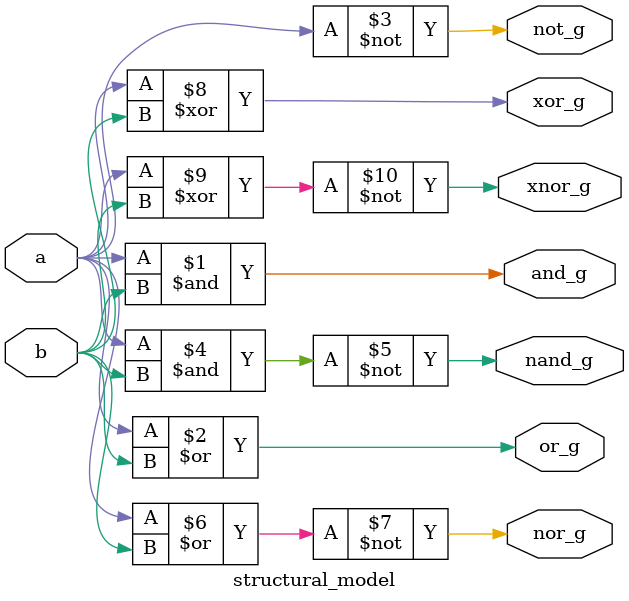
<source format=v>
`timescale 1ns / 1ps

module structural_model(
    input a, b,
    output and_g,
    output or_g,
    output not_g,
    output nand_g,
    output nor_g,
    output xor_g,
    output xnor_g);
	 
    assign and_g = a&b;
    assign or_g = a|b;
    assign not_g = ~a;
    assign nand_g = ~(a&b);
    assign nor_g = ~(a|b);
    assign xor_g = a^b;
    assign xnor_g = ~(a^b);
	 
endmodule 
</source>
